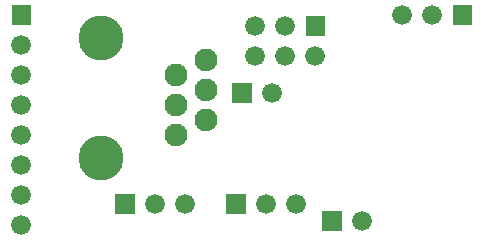
<source format=gbr>
G04 start of page 7 for group -4062 idx -4062 *
G04 Title: (unknown), soldermask *
G04 Creator: pcb 20110918 *
G04 CreationDate: Sun 25 Aug 2013 09:48:42 PM GMT UTC *
G04 For: ndholmes *
G04 Format: Gerber/RS-274X *
G04 PCB-Dimensions: 180000 82000 *
G04 PCB-Coordinate-Origin: lower left *
%MOIN*%
%FSLAX25Y25*%
%LNBOTTOMMASK*%
%ADD52C,0.1500*%
%ADD51C,0.0660*%
%ADD50C,0.0001*%
%ADD49C,0.0760*%
G54D49*X68000Y61000D03*
X58000Y56000D03*
Y46000D03*
Y36000D03*
X68000Y51000D03*
Y41000D03*
G54D50*G36*
X76700Y53300D02*Y46700D01*
X83300D01*
Y53300D01*
X76700D01*
G37*
G54D51*X90000Y50000D03*
G54D50*G36*
X101200Y75800D02*Y69200D01*
X107800D01*
Y75800D01*
X101200D01*
G37*
G54D51*X94500Y72500D03*
X84500D03*
X104500Y62500D03*
X94500D03*
X84500D03*
G54D50*G36*
X150200Y79300D02*Y72700D01*
X156800D01*
Y79300D01*
X150200D01*
G37*
G54D51*X143500Y76000D03*
X133500D03*
X6500Y46000D03*
Y36000D03*
Y26000D03*
Y16000D03*
G54D52*X33000Y28500D03*
G54D50*G36*
X3200Y79300D02*Y72700D01*
X9800D01*
Y79300D01*
X3200D01*
G37*
G54D51*X6500Y66000D03*
Y56000D03*
G54D52*X33000Y68500D03*
G54D51*X6500Y6000D03*
G54D50*G36*
X37700Y16300D02*Y9700D01*
X44300D01*
Y16300D01*
X37700D01*
G37*
G54D51*X51000Y13000D03*
X61000D03*
G54D50*G36*
X74700Y16300D02*Y9700D01*
X81300D01*
Y16300D01*
X74700D01*
G37*
G54D51*X88000Y13000D03*
X98000D03*
G54D50*G36*
X106700Y10800D02*Y4200D01*
X113300D01*
Y10800D01*
X106700D01*
G37*
G54D51*X120000Y7500D03*
M02*

</source>
